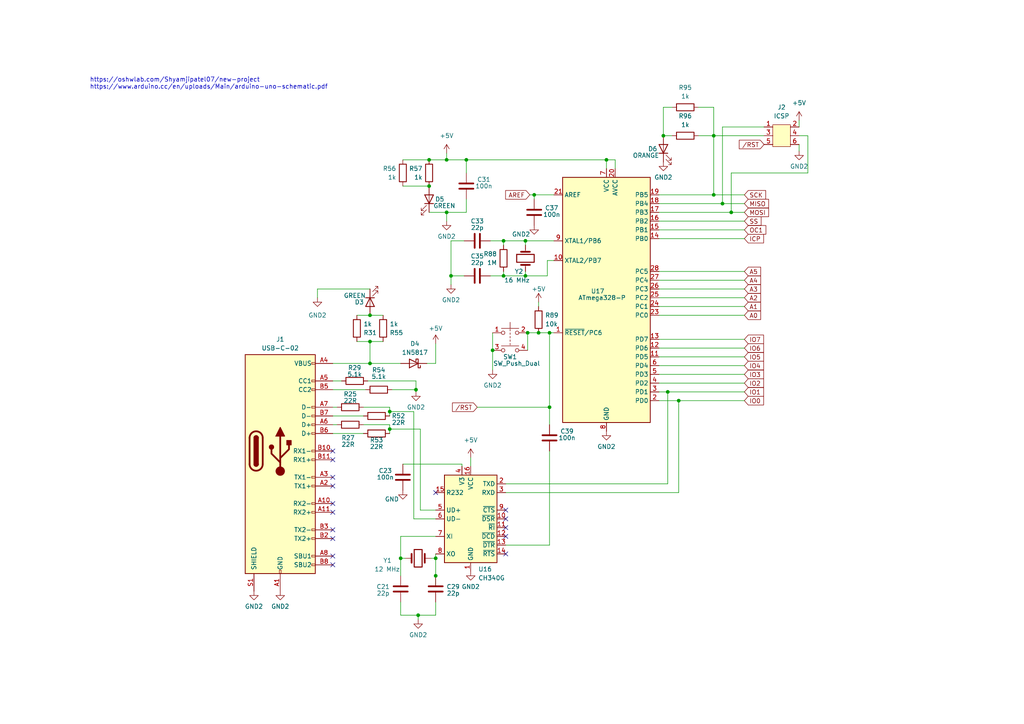
<source format=kicad_sch>
(kicad_sch (version 20230121) (generator eeschema)
  (paper "A4")
  (lib_symbols
    (symbol "1_My_Lib:ICSP"
      (property "Reference" "J" (at 0 3.175 0))
      (property "Value" "ICSP" (at 0 1.27 0))
      (symbol "ICSP_1_1"
        (rectangle (start -2.54 0) (end 2.54 -6.35) (fill (type background)))
        (pin bidirectional line (at -5.08 -0.635 0) (length 2.54) (name "") (number "1"))
        (pin bidirectional line (at 5.08 -0.635 180) (length 2.54) (name "") (number "2"))
        (pin bidirectional line (at -5.08 -3.175 0) (length 2.54) (name "") (number "3"))
        (pin bidirectional line (at 5.08 -3.175 180) (length 2.54) (name "") (number "4"))
        (pin bidirectional line (at -5.08 -5.715 0) (length 2.54) (name "") (number "5"))
        (pin bidirectional line (at 5.08 -5.715 180) (length 2.54) (name "") (number "6"))
      )
    )
    (symbol "Connector:USB_C_Receptacle" (pin_names (offset 1.016))
      (property "Reference" "J1" (at 0 32.385 0))
      (property "Value" "USB_C_Receptacle" (at 0 29.845 0))
      (symbol "USB_C_Receptacle_0_0"
        (rectangle (start -0.254 -35.56) (end 0.254 -34.544))
        (rectangle (start 10.16 -32.766) (end 9.144 -33.274))
        (rectangle (start 10.16 -30.226) (end 9.144 -30.734))
        (rectangle (start 10.16 -25.146) (end 9.144 -25.654))
        (rectangle (start 10.16 -22.606) (end 9.144 -23.114))
        (rectangle (start 10.16 -17.526) (end 9.144 -18.034))
        (rectangle (start 10.16 -14.986) (end 9.144 -15.494))
        (rectangle (start 10.16 -9.906) (end 9.144 -10.414))
        (rectangle (start 10.16 -7.366) (end 9.144 -7.874))
        (rectangle (start 10.16 -2.286) (end 9.144 -2.794))
        (rectangle (start 10.16 0.254) (end 9.144 -0.254))
        (rectangle (start 10.16 5.334) (end 9.144 4.826))
        (rectangle (start 10.16 7.874) (end 9.144 7.366))
        (rectangle (start 10.16 10.414) (end 9.144 9.906))
        (rectangle (start 10.16 12.954) (end 9.144 12.446))
        (rectangle (start 10.16 18.034) (end 9.144 17.526))
        (rectangle (start 10.16 20.574) (end 9.144 20.066))
        (rectangle (start 10.16 25.654) (end 9.144 25.146))
      )
      (symbol "USB_C_Receptacle_0_1"
        (rectangle (start -10.16 27.94) (end 10.16 -35.56) (stroke (width 0.254)) (fill (type background)))
        (arc (start -8.89 -3.81) (mid -6.985 -5.7067) (end -5.08 -3.81) (stroke (width 0.508)))
        (arc (start -7.62 -3.81) (mid -6.985 -4.4423) (end -6.35 -3.81) (stroke (width 0.254)))
        (arc (start -7.62 -3.81) (mid -6.985 -4.4423) (end -6.35 -3.81) (stroke (width 0.254)) (fill (type outline)))
        (rectangle (start -7.62 -3.81) (end -6.35 3.81) (stroke (width 0.254)) (fill (type outline)))
        (arc (start -6.35 3.81) (mid -6.985 4.4423) (end -7.62 3.81) (stroke (width 0.254)))
        (arc (start -6.35 3.81) (mid -6.985 4.4423) (end -7.62 3.81) (stroke (width 0.254)) (fill (type outline)))
        (arc (start -5.08 3.81) (mid -6.985 5.7067) (end -8.89 3.81) (stroke (width 0.508)))
        (polyline (pts (xy -8.89 -3.81) (xy -8.89 3.81)) (stroke (width 0.508)))
        (polyline (pts (xy -5.08 3.81) (xy -5.08 -3.81)) (stroke (width 0.508)))
      )
      (symbol "USB_C_Receptacle_1_1"
        (circle (center -2.54 1.143) (radius 0.635) (stroke (width 0.254)) (fill (type outline)))
        (circle (center 0 -5.842) (radius 1.27) (fill (type outline)))
        (polyline (pts (xy 0 -5.842) (xy 0 4.318)) (stroke (width 0.508)))
        (polyline (pts (xy 0 -3.302) (xy -2.54 -0.762) (xy -2.54 0.508)) (stroke (width 0.508)))
        (polyline (pts (xy 0 -2.032) (xy 2.54 0.508) (xy 2.54 1.778)) (stroke (width 0.508)))
        (polyline (pts (xy -1.27 4.318) (xy 0 6.858) (xy 1.27 4.318) (xy -1.27 4.318)) (stroke (width 0.254)) (fill (type outline)))
        (rectangle (start 1.905 1.778) (end 3.175 3.048) (stroke (width 0.254)) (fill (type outline)))
        (pin passive line (at 0 -40.64 90) (length 5.08) (name "GND") (number "A1"))
        (pin bidirectional line (at 15.24 -15.24 180) (length 5.08) (name "RX2-") (number "A10"))
        (pin bidirectional line (at 15.24 -17.78 180) (length 5.08) (name "RX2+") (number "A11"))
        (pin passive line (at 0 -40.64 90) (length 5.08) hide (name "GND") (number "A12"))
        (pin bidirectional line (at 15.24 -10.16 180) (length 5.08) (name "TX1+") (number "A2"))
        (pin bidirectional line (at 15.24 -7.62 180) (length 5.08) (name "TX1-") (number "A3"))
        (pin passive line (at 15.24 25.4 180) (length 5.08) (name "VBUS") (number "A4"))
        (pin bidirectional line (at 15.24 20.32 180) (length 5.08) (name "CC1") (number "A5"))
        (pin bidirectional line (at 15.24 7.62 180) (length 5.08) (name "D+") (number "A6"))
        (pin bidirectional line (at 15.24 12.7 180) (length 5.08) (name "D-") (number "A7"))
        (pin bidirectional line (at 15.24 -30.48 180) (length 5.08) (name "SBU1") (number "A8"))
        (pin passive line (at 15.24 25.4 180) (length 5.08) hide (name "VBUS") (number "A9"))
        (pin passive line (at 0 -40.64 90) (length 5.08) hide (name "GND") (number "B1"))
        (pin bidirectional line (at 15.24 0 180) (length 5.08) (name "RX1-") (number "B10"))
        (pin bidirectional line (at 15.24 -2.54 180) (length 5.08) (name "RX1+") (number "B11"))
        (pin passive line (at 0 -40.64 90) (length 5.08) hide (name "GND") (number "B12"))
        (pin bidirectional line (at 15.24 -25.4 180) (length 5.08) (name "TX2+") (number "B2"))
        (pin bidirectional line (at 15.24 -22.86 180) (length 5.08) (name "TX2-") (number "B3"))
        (pin passive line (at 15.24 25.4 180) (length 5.08) hide (name "VBUS") (number "B4"))
        (pin bidirectional line (at 15.24 17.78 180) (length 5.08) (name "CC2") (number "B5"))
        (pin bidirectional line (at 15.24 5.08 180) (length 5.08) (name "D+") (number "B6"))
        (pin bidirectional line (at 15.24 10.16 180) (length 5.08) (name "D-") (number "B7"))
        (pin bidirectional line (at 15.24 -33.02 180) (length 5.08) (name "SBU2") (number "B8"))
        (pin passive line (at 15.24 25.4 180) (length 5.08) hide (name "VBUS") (number "B9"))
        (pin passive line (at -7.62 -40.64 90) (length 5.08) (name "SHIELD") (number "S1"))
      )
    )
    (symbol "Device:C" (pin_numbers hide) (pin_names (offset 0.254))
      (property "Reference" "C" (at 0.635 2.54 0))
      (property "Value" "C" (at 0.635 -2.54 0))
      (symbol "C_0_1"
        (polyline (pts (xy -2.032 -0.762) (xy 2.032 -0.762)) (stroke (width 0.508)))
        (polyline (pts (xy -2.032 0.762) (xy 2.032 0.762)) (stroke (width 0.508)))
      )
      (symbol "C_1_1"
        (pin passive line (at 0 3.81 270) (length 2.794) (name "~") (number "1"))
        (pin passive line (at 0 -3.81 90) (length 2.794) (name "~") (number "2"))
      )
    )
    (symbol "Device:Crystal" (pin_numbers hide) (pin_names (offset 1.016) hide)
      (property "Reference" "Y" (at 0 3.81 0))
      (property "Value" "Crystal" (at 0 -3.81 0))
      (symbol "Crystal_0_1"
        (rectangle (start -1.143 2.54) (end 1.143 -2.54) (stroke (width 0.3048)))
        (polyline (pts (xy -2.54 0) (xy -1.905 0)))
        (polyline (pts (xy -1.905 -1.27) (xy -1.905 1.27)) (stroke (width 0.508)))
        (polyline (pts (xy 1.905 -1.27) (xy 1.905 1.27)) (stroke (width 0.508)))
        (polyline (pts (xy 2.54 0) (xy 1.905 0)))
      )
      (symbol "Crystal_1_1"
        (pin passive line (at -3.81 0 0) (length 1.27) (name "1") (number "1"))
        (pin passive line (at 3.81 0 180) (length 1.27) (name "2") (number "2"))
      )
    )
    (symbol "Device:D_Schottky" (pin_numbers hide) (pin_names (offset 1.016) hide)
      (property "Reference" "D" (at 0 2.54 0))
      (property "Value" "D_Schottky" (at 0 -2.54 0))
      (symbol "D_Schottky_0_1"
        (polyline (pts (xy 1.27 0) (xy -1.27 0)))
        (polyline (pts (xy 1.27 1.27) (xy 1.27 -1.27) (xy -1.27 0) (xy 1.27 1.27)) (stroke (width 0.254)))
        (polyline (pts (xy -1.905 0.635) (xy -1.905 1.27) (xy -1.27 1.27) (xy -1.27 -1.27) (xy -0.635 -1.27) (xy -0.635 -0.635)) (stroke (width 0.254)))
      )
      (symbol "D_Schottky_1_1"
        (pin passive line (at -3.81 0 0) (length 2.54) (name "K") (number "1"))
        (pin passive line (at 3.81 0 180) (length 2.54) (name "A") (number "2"))
      )
    )
    (symbol "Device:LED" (pin_numbers hide) (pin_names (offset 1.016) hide)
      (property "Reference" "D" (at 0 2.54 0))
      (property "Value" "LED" (at 0 -2.54 0))
      (symbol "LED_0_1"
        (polyline (pts (xy -1.27 -1.27) (xy -1.27 1.27)) (stroke (width 0.254)))
        (polyline (pts (xy -1.27 0) (xy 1.27 0)))
        (polyline (pts (xy 1.27 -1.27) (xy 1.27 1.27) (xy -1.27 0) (xy 1.27 -1.27)) (stroke (width 0.254)))
        (polyline (pts (xy -3.048 -0.762) (xy -4.572 -2.286) (xy -3.81 -2.286) (xy -4.572 -2.286) (xy -4.572 -1.524)))
        (polyline (pts (xy -1.778 -0.762) (xy -3.302 -2.286) (xy -2.54 -2.286) (xy -3.302 -2.286) (xy -3.302 -1.524)))
      )
      (symbol "LED_1_1"
        (pin passive line (at -3.81 0 0) (length 2.54) (name "K") (number "1"))
        (pin passive line (at 3.81 0 180) (length 2.54) (name "A") (number "2"))
      )
    )
    (symbol "Device:R" (pin_numbers hide) (pin_names (offset 0))
      (property "Reference" "R" (at 2.032 0 90))
      (property "Value" "R" (at 0 0 90))
      (symbol "R_0_1"
        (rectangle (start -1.016 -2.54) (end 1.016 2.54) (stroke (width 0.254)))
      )
      (symbol "R_1_1"
        (pin passive line (at 0 3.81 270) (length 1.27) (name "~") (number "1"))
        (pin passive line (at 0 -3.81 90) (length 1.27) (name "~") (number "2"))
      )
    )
    (symbol "Interface_USB:CH340G"
      (property "Reference" "U" (at -5.08 13.97 0))
      (property "Value" "CH340G" (at 1.27 13.97 0))
      (symbol "CH340G_0_1"
        (rectangle (start -7.62 12.7) (end 7.62 -12.7) (stroke (width 0.254)) (fill (type background)))
      )
      (symbol "CH340G_1_1"
        (pin power_in line (at 0 -15.24 90) (length 2.54) (name "GND") (number "1"))
        (pin input line (at 10.16 0 180) (length 2.54) (name "~{DSR}") (number "10"))
        (pin input line (at 10.16 -2.54 180) (length 2.54) (name "~{RI}") (number "11"))
        (pin input line (at 10.16 -5.08 180) (length 2.54) (name "~{DCD}") (number "12"))
        (pin output line (at 10.16 -7.62 180) (length 2.54) (name "~{DTR}") (number "13"))
        (pin output line (at 10.16 -10.16 180) (length 2.54) (name "~{RTS}") (number "14"))
        (pin input line (at -10.16 7.62 0) (length 2.54) (name "R232") (number "15"))
        (pin power_in line (at 0 15.24 270) (length 2.54) (name "VCC") (number "16"))
        (pin output line (at 10.16 10.16 180) (length 2.54) (name "TXD") (number "2"))
        (pin input line (at 10.16 7.62 180) (length 2.54) (name "RXD") (number "3"))
        (pin passive line (at -2.54 15.24 270) (length 2.54) (name "V3") (number "4"))
        (pin bidirectional line (at -10.16 2.54 0) (length 2.54) (name "UD+") (number "5"))
        (pin bidirectional line (at -10.16 0 0) (length 2.54) (name "UD-") (number "6"))
        (pin input line (at -10.16 -5.08 0) (length 2.54) (name "XI") (number "7"))
        (pin output line (at -10.16 -10.16 0) (length 2.54) (name "XO") (number "8"))
        (pin input line (at 10.16 2.54 180) (length 2.54) (name "~{CTS}") (number "9"))
      )
    )
    (symbol "MCU_Microchip_ATmega:ATmega328-P"
      (property "Reference" "U4" (at -21.59 40.005 0))
      (property "Value" "ATmega328-P" (at -20.32 38.1 0))
      (symbol "ATmega328-P_0_1"
        (rectangle (start -12.7 -35.56) (end 12.7 35.56) (stroke (width 0.254)) (fill (type background)))
      )
      (symbol "ATmega328-P_1_1"
        (pin bidirectional line (at -15.24 -9.525 0) (length 2.54) (name "~{RESET}/PC6") (number "1"))
        (pin bidirectional line (at -15.24 11.43 0) (length 2.54) (name "XTAL2/PB7") (number "10"))
        (pin bidirectional line (at 15.24 -16.51 180) (length 2.54) (name "PD5") (number "11"))
        (pin bidirectional line (at 15.24 -13.97 180) (length 2.54) (name "PD6") (number "12"))
        (pin bidirectional line (at 15.24 -11.43 180) (length 2.54) (name "PD7") (number "13"))
        (pin bidirectional line (at 15.24 17.78 180) (length 2.54) (name "PB0") (number "14"))
        (pin bidirectional line (at 15.24 20.32 180) (length 2.54) (name "PB1") (number "15"))
        (pin bidirectional line (at 15.24 22.86 180) (length 2.54) (name "PB2") (number "16"))
        (pin bidirectional line (at 15.24 25.4 180) (length 2.54) (name "PB3") (number "17"))
        (pin bidirectional line (at 15.24 27.94 180) (length 2.54) (name "PB4") (number "18"))
        (pin bidirectional line (at 15.24 30.48 180) (length 2.54) (name "PB5") (number "19"))
        (pin bidirectional line (at 15.24 -29.21 180) (length 2.54) (name "PD0") (number "2"))
        (pin power_in line (at 2.54 38.1 270) (length 2.54) (name "AVCC") (number "20"))
        (pin passive line (at -15.24 30.48 0) (length 2.54) (name "AREF") (number "21"))
        (pin passive line (at 0 -38.1 90) (length 2.54) hide (name "GND") (number "22"))
        (pin bidirectional line (at 15.24 -4.445 180) (length 2.54) (name "PC0") (number "23"))
        (pin bidirectional line (at 15.24 -1.905 180) (length 2.54) (name "PC1") (number "24"))
        (pin bidirectional line (at 15.24 0.635 180) (length 2.54) (name "PC2") (number "25"))
        (pin bidirectional line (at 15.24 3.175 180) (length 2.54) (name "PC3") (number "26"))
        (pin bidirectional line (at 15.24 5.715 180) (length 2.54) (name "PC4") (number "27"))
        (pin bidirectional line (at 15.24 8.255 180) (length 2.54) (name "PC5") (number "28"))
        (pin bidirectional line (at 15.24 -26.67 180) (length 2.54) (name "PD1") (number "3"))
        (pin bidirectional line (at 15.24 -24.13 180) (length 2.54) (name "PD2") (number "4"))
        (pin bidirectional line (at 15.24 -21.59 180) (length 2.54) (name "PD3") (number "5"))
        (pin bidirectional line (at 15.24 -19.05 180) (length 2.54) (name "PD4") (number "6"))
        (pin power_in line (at 0 38.1 270) (length 2.54) (name "VCC") (number "7"))
        (pin power_in line (at 0 -38.1 90) (length 2.54) (name "GND") (number "8"))
        (pin bidirectional line (at -15.24 17.145 0) (length 2.54) (name "XTAL1/PB6") (number "9"))
      )
    )
    (symbol "Switch:SW_Push_Dual" (pin_names (offset 1.016) hide)
      (property "Reference" "SW" (at 1.27 2.54 0))
      (property "Value" "SW_Push_Dual" (at 0 -6.858 0))
      (symbol "SW_Push_Dual_0_1"
        (circle (center -2.032 -5.08) (radius 0.508))
        (circle (center -2.032 0) (radius 0.508))
        (polyline (pts (xy 0 -3.048) (xy 0 -3.556)))
        (polyline (pts (xy 0 -2.032) (xy 0 -2.54)))
        (polyline (pts (xy 0 -1.524) (xy 0 -1.016)))
        (polyline (pts (xy 0 -0.508) (xy 0 0)))
        (polyline (pts (xy 0 0.508) (xy 0 1.016)))
        (polyline (pts (xy 0 1.27) (xy 0 3.048)))
        (polyline (pts (xy 2.54 -3.81) (xy -2.54 -3.81)))
        (polyline (pts (xy 2.54 1.27) (xy -2.54 1.27)))
        (circle (center 2.032 -5.08) (radius 0.508))
        (circle (center 2.032 0) (radius 0.508))
        (pin passive line (at -5.08 0 0) (length 2.54) (name "1") (number "1"))
        (pin passive line (at 5.08 0 180) (length 2.54) (name "2") (number "2"))
        (pin passive line (at -5.08 -5.08 0) (length 2.54) (name "3") (number "3"))
        (pin passive line (at 5.08 -5.08 180) (length 2.54) (name "4") (number "4"))
      )
    )
    (symbol "power:+5V" (power) (pin_names (offset 0))
      (property "Value" "+5V" (at 0 3.556 0))
      (symbol "+5V_0_1"
        (polyline (pts (xy -0.762 1.27) (xy 0 2.54)))
        (polyline (pts (xy 0 0) (xy 0 2.54)))
        (polyline (pts (xy 0 2.54) (xy 0.762 1.27)))
      )
      (symbol "+5V_1_1"
        (pin power_in line (at 0 0 90) (length 0) hide (name "+5V") (number "1"))
      )
    )
    (symbol "power:GND" (power) (pin_names (offset 0))
      (property "Value" "GND" (at 0 -3.81 0))
      (symbol "GND_0_1"
        (polyline (pts (xy 0 0) (xy 0 -1.27) (xy 1.27 -1.27) (xy 0 -2.54) (xy -1.27 -1.27) (xy 0 -1.27)))
      )
      (symbol "GND_1_1"
        (pin power_in line (at 0 0 270) (length 0) hide (name "GND") (number "1"))
      )
    )
    (symbol "power:GND2" (power) (pin_names (offset 0))
      (property "Value" "GND2" (at 0 -3.81 0))
      (symbol "GND2_0_1"
        (polyline (pts (xy 0 0) (xy 0 -1.27) (xy 1.27 -1.27) (xy 0 -2.54) (xy -1.27 -1.27) (xy 0 -1.27)))
      )
      (symbol "GND2_1_1"
        (pin power_in line (at 0 0 270) (length 0) hide (name "GND2") (number "1"))
      )
    )
  )
  (junction (at 156.21 96.52))
  (junction (at 146.05 69.85))
  (junction (at 152.4 69.85))
  (junction (at 113.03 124.46))
  (junction (at 124.46 46.355))
  (junction (at 146.05 80.01))
  (junction (at 154.94 56.515))
  (junction (at 107.315 105.41))
  (junction (at 124.46 53.975))
  (junction (at 193.675 113.665))
  (junction (at 142.875 101.6))
  (junction (at 152.4 80.01))
  (junction (at 126.365 167.005))
  (junction (at 107.315 91.44))
  (junction (at 130.81 80.01))
  (junction (at 116.205 161.925))
  (junction (at 153.035 96.52))
  (junction (at 207.01 39.37))
  (junction (at 113.03 119.38))
  (junction (at 121.285 178.435))
  (junction (at 212.09 61.595))
  (junction (at 159.385 118.11))
  (junction (at 159.385 96.52))
  (junction (at 207.01 56.515))
  (junction (at 126.365 161.925))
  (junction (at 135.255 46.355))
  (junction (at 120.65 113.03))
  (junction (at 107.315 99.06))
  (junction (at 175.895 46.355))
  (junction (at 196.85 116.205))
  (junction (at 129.54 46.355))
  (junction (at 209.55 59.055))
  (junction (at 192.405 39.37))
  (junction (at 129.54 61.595))
  (no_connect (at 96.52 156.21))
  (no_connect (at 146.685 150.495))
  (no_connect (at 96.52 153.67))
  (no_connect (at 96.52 146.05))
  (no_connect (at 146.685 153.035))
  (no_connect (at 126.365 142.875))
  (no_connect (at 146.685 160.655))
  (no_connect (at 146.685 155.575))
  (no_connect (at 96.52 140.97))
  (no_connect (at 96.52 130.81))
  (no_connect (at 96.52 161.29))
  (no_connect (at 96.52 148.59))
  (no_connect (at 96.52 163.83))
  (no_connect (at 146.685 147.955))
  (no_connect (at 96.52 138.43))
  (no_connect (at 96.52 133.35))
  (wire (pts (xy 178.435 46.355) (xy 175.895 46.355)))
  (wire (pts (xy 126.365 174.625) (xy 126.365 178.435)))
  (wire (pts (xy 152.4 69.85) (xy 160.655 69.85)))
  (wire (pts (xy 107.315 91.44) (xy 103.505 91.44)))
  (wire (pts (xy 125.095 161.925) (xy 126.365 161.925)))
  (wire (pts (xy 113.03 118.11) (xy 113.03 119.38)))
  (wire (pts (xy 146.05 80.01) (xy 152.4 80.01)))
  (wire (pts (xy 96.52 118.11) (xy 97.79 118.11)))
  (wire (pts (xy 123.825 105.41) (xy 126.365 105.41)))
  (wire (pts (xy 135.255 46.355) (xy 135.255 50.165)))
  (wire (pts (xy 107.315 99.06) (xy 103.505 99.06)))
  (wire (pts (xy 159.385 96.52) (xy 160.655 96.52)))
  (wire (pts (xy 191.135 98.425) (xy 215.9 98.425)))
  (wire (pts (xy 191.135 86.36) (xy 215.9 86.36)))
  (wire (pts (xy 156.21 96.52) (xy 159.385 96.52)))
  (wire (pts (xy 105.41 123.19) (xy 113.03 123.19)))
  (wire (pts (xy 196.85 116.205) (xy 196.85 142.875)))
  (wire (pts (xy 126.365 167.005) (xy 126.365 169.545)))
  (wire (pts (xy 92.075 83.82) (xy 92.075 86.36)))
  (wire (pts (xy 142.875 101.6) (xy 142.875 107.315)))
  (wire (pts (xy 194.945 31.115) (xy 192.405 31.115)))
  (wire (pts (xy 191.135 61.595) (xy 212.09 61.595)))
  (wire (pts (xy 234.315 39.37) (xy 234.315 50.165)))
  (wire (pts (xy 207.01 56.515) (xy 215.9 56.515)))
  (wire (pts (xy 192.405 31.115) (xy 192.405 39.37)))
  (wire (pts (xy 191.135 78.74) (xy 215.9 78.74)))
  (wire (pts (xy 116.84 53.975) (xy 124.46 53.975)))
  (wire (pts (xy 159.385 130.81) (xy 159.385 158.115)))
  (wire (pts (xy 126.365 160.655) (xy 126.365 161.925)))
  (wire (pts (xy 152.4 80.01) (xy 158.75 80.01)))
  (wire (pts (xy 113.03 123.19) (xy 113.03 124.46)))
  (wire (pts (xy 142.875 96.52) (xy 142.875 101.6)))
  (wire (pts (xy 212.09 61.595) (xy 215.9 61.595)))
  (wire (pts (xy 134.62 69.85) (xy 130.81 69.85)))
  (wire (pts (xy 191.135 59.055) (xy 209.55 59.055)))
  (wire (pts (xy 113.03 124.46) (xy 113.03 125.73)))
  (wire (pts (xy 152.4 69.85) (xy 152.4 71.12)))
  (wire (pts (xy 121.92 124.46) (xy 113.03 124.46)))
  (wire (pts (xy 193.675 113.665) (xy 193.675 140.335)))
  (wire (pts (xy 231.775 41.91) (xy 231.775 43.815)))
  (wire (pts (xy 142.24 69.85) (xy 146.05 69.85)))
  (wire (pts (xy 116.205 161.925) (xy 117.475 161.925)))
  (wire (pts (xy 126.365 105.41) (xy 126.365 99.695)))
  (wire (pts (xy 154.94 56.515) (xy 154.94 57.785)))
  (wire (pts (xy 116.205 178.435) (xy 121.285 178.435)))
  (wire (pts (xy 191.135 108.585) (xy 215.9 108.585)))
  (wire (pts (xy 202.565 39.37) (xy 207.01 39.37)))
  (wire (pts (xy 153.035 96.52) (xy 153.035 101.6)))
  (wire (pts (xy 129.54 46.355) (xy 135.255 46.355)))
  (wire (pts (xy 192.405 39.37) (xy 194.945 39.37)))
  (wire (pts (xy 111.125 99.06) (xy 107.315 99.06)))
  (wire (pts (xy 202.565 31.115) (xy 207.01 31.115)))
  (wire (pts (xy 153.035 96.52) (xy 156.21 96.52)))
  (wire (pts (xy 191.135 64.135) (xy 215.9 64.135)))
  (wire (pts (xy 121.285 178.435) (xy 126.365 178.435)))
  (wire (pts (xy 121.92 147.955) (xy 121.92 124.46)))
  (wire (pts (xy 191.135 56.515) (xy 207.01 56.515)))
  (wire (pts (xy 96.52 123.19) (xy 97.79 123.19)))
  (wire (pts (xy 135.255 46.355) (xy 175.895 46.355)))
  (wire (pts (xy 134.62 80.01) (xy 130.81 80.01)))
  (wire (pts (xy 138.43 118.11) (xy 159.385 118.11)))
  (wire (pts (xy 191.135 81.28) (xy 215.9 81.28)))
  (wire (pts (xy 191.135 69.215) (xy 215.9 69.215)))
  (wire (pts (xy 154.94 56.515) (xy 160.655 56.515)))
  (wire (pts (xy 133.985 135.255) (xy 133.985 134.62)))
  (wire (pts (xy 196.85 142.875) (xy 146.685 142.875)))
  (wire (pts (xy 159.385 158.115) (xy 146.685 158.115)))
  (wire (pts (xy 116.205 174.625) (xy 116.205 178.435)))
  (wire (pts (xy 153.67 56.515) (xy 154.94 56.515)))
  (wire (pts (xy 106.68 110.49) (xy 120.65 110.49)))
  (wire (pts (xy 191.135 88.9) (xy 215.9 88.9)))
  (wire (pts (xy 191.135 103.505) (xy 215.9 103.505)))
  (wire (pts (xy 135.255 61.595) (xy 129.54 61.595)))
  (wire (pts (xy 136.525 132.715) (xy 136.525 135.255)))
  (wire (pts (xy 193.675 113.665) (xy 215.9 113.665)))
  (wire (pts (xy 231.775 34.925) (xy 231.775 36.83)))
  (wire (pts (xy 96.52 113.03) (xy 106.045 113.03)))
  (wire (pts (xy 142.24 80.01) (xy 146.05 80.01)))
  (wire (pts (xy 129.54 61.595) (xy 124.46 61.595)))
  (wire (pts (xy 191.135 83.82) (xy 215.9 83.82)))
  (wire (pts (xy 160.655 75.565) (xy 158.75 75.565)))
  (wire (pts (xy 116.205 155.575) (xy 116.205 161.925)))
  (wire (pts (xy 96.52 105.41) (xy 107.315 105.41)))
  (wire (pts (xy 209.55 59.055) (xy 209.55 36.83)))
  (wire (pts (xy 126.365 161.925) (xy 126.365 167.005)))
  (wire (pts (xy 121.285 178.435) (xy 121.285 179.705)))
  (wire (pts (xy 193.675 140.335) (xy 146.685 140.335)))
  (wire (pts (xy 96.52 125.73) (xy 105.41 125.73)))
  (wire (pts (xy 191.135 111.125) (xy 215.9 111.125)))
  (wire (pts (xy 130.81 69.85) (xy 130.81 80.01)))
  (wire (pts (xy 146.05 78.74) (xy 146.05 80.01)))
  (wire (pts (xy 191.135 113.665) (xy 193.675 113.665)))
  (wire (pts (xy 159.385 96.52) (xy 159.385 118.11)))
  (wire (pts (xy 158.75 75.565) (xy 158.75 80.01)))
  (wire (pts (xy 191.135 106.045) (xy 215.9 106.045)))
  (wire (pts (xy 120.015 119.38) (xy 113.03 119.38)))
  (wire (pts (xy 126.365 150.495) (xy 120.015 150.495)))
  (wire (pts (xy 146.05 69.85) (xy 152.4 69.85)))
  (wire (pts (xy 92.075 83.82) (xy 107.315 83.82)))
  (wire (pts (xy 191.135 100.965) (xy 215.9 100.965)))
  (wire (pts (xy 113.03 119.38) (xy 113.03 120.65)))
  (wire (pts (xy 105.41 118.11) (xy 113.03 118.11)))
  (wire (pts (xy 209.55 36.83) (xy 221.615 36.83)))
  (wire (pts (xy 126.365 155.575) (xy 116.205 155.575)))
  (wire (pts (xy 111.125 91.44) (xy 107.315 91.44)))
  (wire (pts (xy 116.205 161.925) (xy 116.205 167.005)))
  (wire (pts (xy 191.135 116.205) (xy 196.85 116.205)))
  (wire (pts (xy 124.46 46.355) (xy 129.54 46.355)))
  (wire (pts (xy 146.05 69.85) (xy 146.05 71.12)))
  (wire (pts (xy 209.55 59.055) (xy 215.9 59.055)))
  (wire (pts (xy 196.85 116.205) (xy 215.9 116.205)))
  (wire (pts (xy 120.65 113.03) (xy 120.65 113.665)))
  (wire (pts (xy 107.315 99.06) (xy 107.315 105.41)))
  (wire (pts (xy 120.015 150.495) (xy 120.015 119.38)))
  (wire (pts (xy 212.09 50.165) (xy 212.09 61.595)))
  (wire (pts (xy 207.01 39.37) (xy 221.615 39.37)))
  (wire (pts (xy 234.315 39.37) (xy 231.775 39.37)))
  (wire (pts (xy 129.54 44.45) (xy 129.54 46.355)))
  (wire (pts (xy 191.135 91.44) (xy 215.9 91.44)))
  (wire (pts (xy 133.985 134.62) (xy 116.84 134.62)))
  (wire (pts (xy 234.315 50.165) (xy 212.09 50.165)))
  (wire (pts (xy 159.385 118.11) (xy 159.385 123.19)))
  (wire (pts (xy 152.4 80.01) (xy 152.4 78.74)))
  (wire (pts (xy 207.01 31.115) (xy 207.01 39.37)))
  (wire (pts (xy 126.365 147.955) (xy 121.92 147.955)))
  (wire (pts (xy 96.52 110.49) (xy 99.06 110.49)))
  (wire (pts (xy 130.81 80.01) (xy 130.81 82.55)))
  (wire (pts (xy 175.895 48.895) (xy 175.895 46.355)))
  (wire (pts (xy 116.84 46.355) (xy 124.46 46.355)))
  (wire (pts (xy 113.665 113.03) (xy 120.65 113.03)))
  (wire (pts (xy 135.255 57.785) (xy 135.255 61.595)))
  (wire (pts (xy 207.01 56.515) (xy 207.01 39.37)))
  (wire (pts (xy 107.315 105.41) (xy 116.205 105.41)))
  (wire (pts (xy 191.135 66.675) (xy 215.9 66.675)))
  (wire (pts (xy 156.21 87.63) (xy 156.21 88.9)))
  (wire (pts (xy 96.52 120.65) (xy 105.41 120.65)))
  (wire (pts (xy 129.54 61.595) (xy 129.54 64.135)))
  (wire (pts (xy 178.435 48.895) (xy 178.435 46.355)))
  (wire (pts (xy 120.65 110.49) (xy 120.65 113.03)))
  (text "https://oshwlab.com/Shyamjipatel07/new-project\nhttps://www.arduino.cc/en/uploads/Main/arduino-uno-schematic.pdf" (at 26.035 26.035 0) (effects (font (size 1.27 1.27)) (justify left bottom)))
  (global_label "IO6" (shape input) (at 215.9 100.965 0) (property "Intersheetrefs" "${INTERSHEET_REFS}" (effects hide)))
  (global_label "A1" (shape input) (at 215.9 88.9 0) (property "Intersheetrefs" "${INTERSHEET_REFS}" (effects hide)))
  (global_label "{slash}RST" (shape input) (at 138.43 118.11 180) (property "Intersheetrefs" "${INTERSHEET_REFS}" (effects hide)))
  (global_label "IO4" (shape input) (at 215.9 106.045 0) (property "Intersheetrefs" "${INTERSHEET_REFS}" (effects hide)))
  (global_label "A4" (shape input) (at 215.9 81.28 0) (property "Intersheetrefs" "${INTERSHEET_REFS}" (effects hide)))
  (global_label "A0" (shape input) (at 215.9 91.44 0) (property "Intersheetrefs" "${INTERSHEET_REFS}" (effects hide)))
  (global_label "SCK" (shape input) (at 215.9 56.515 0) (property "Intersheetrefs" "${INTERSHEET_REFS}" (effects hide)))
  (global_label "AREF" (shape input) (at 153.67 56.515 180) (property "Intersheetrefs" "${INTERSHEET_REFS}" (effects hide)))
  (global_label "IO5" (shape input) (at 215.9 103.505 0) (property "Intersheetrefs" "${INTERSHEET_REFS}" (effects hide)))
  (global_label "IO3" (shape input) (at 215.9 108.585 0) (property "Intersheetrefs" "${INTERSHEET_REFS}" (effects hide)))
  (global_label "IO0" (shape input) (at 215.9 116.205 0) (property "Intersheetrefs" "${INTERSHEET_REFS}" (effects hide)))
  (global_label "SS" (shape input) (at 215.9 64.135 0) (property "Intersheetrefs" "${INTERSHEET_REFS}" (effects hide)))
  (global_label "MOSI" (shape input) (at 215.9 61.595 0) (property "Intersheetrefs" "${INTERSHEET_REFS}" (effects hide)))
  (global_label "{slash}RST" (shape input) (at 221.615 41.91 180) (property "Intersheetrefs" "${INTERSHEET_REFS}" (effects hide)))
  (global_label "ICP" (shape input) (at 215.9 69.215 0) (property "Intersheetrefs" "${INTERSHEET_REFS}" (effects hide)))
  (global_label "IO7" (shape input) (at 215.9 98.425 0) (property "Intersheetrefs" "${INTERSHEET_REFS}" (effects hide)))
  (global_label "OC1" (shape input) (at 215.9 66.675 0) (property "Intersheetrefs" "${INTERSHEET_REFS}" (effects hide)))
  (global_label "IO1" (shape input) (at 215.9 113.665 0) (property "Intersheetrefs" "${INTERSHEET_REFS}" (effects hide)))
  (global_label "MISO" (shape input) (at 215.9 59.055 0) (property "Intersheetrefs" "${INTERSHEET_REFS}" (effects hide)))
  (global_label "IO2" (shape input) (at 215.9 111.125 0) (property "Intersheetrefs" "${INTERSHEET_REFS}" (effects hide)))
  (global_label "A5" (shape input) (at 215.9 78.74 0) (property "Intersheetrefs" "${INTERSHEET_REFS}" (effects hide)))
  (global_label "A2" (shape input) (at 215.9 86.36 0) (property "Intersheetrefs" "${INTERSHEET_REFS}" (effects hide)))
  (global_label "A3" (shape input) (at 215.9 83.82 0) (property "Intersheetrefs" "${INTERSHEET_REFS}" (effects hide)))
  (symbol (lib_id "power:+5V") (at 129.54 44.45 0) (mirror y) (unit 1)
    (property "Reference" "#PWR030" (effects hide))
    (property "Value" "+5V" (at 129.54 39.37 0))
    (instances (project "Equalizer_classe_D" (path "" (reference "#PWR030") (unit 1)) (path "" (reference "#PWR054") (unit 1)) (path "" (reference "#PWR089") (unit 1))) (project "Prototype" (path "" (reference "#PWR027") (unit 1))))
  )
  (symbol (lib_id "Device:Crystal") (at 121.285 161.925 0) (mirror y) (unit 1)
    (property "Reference" "Y1" (at 111.125 162.56 0) (effects (justify right)))
    (property "Value" "12 MHz" (at 108.585 165.1 0) (effects (justify right)))
    (instances (project "Equalizer_classe_D" (path "" (reference "Y1") (unit 1)) (path "" (reference "Y5") (unit 1)) (path "" (reference "Y1") (unit 1))) (project "Prototype" (path "" (reference "Y3") (unit 1))))
  )
  (symbol (lib_id "Device:C") (at 116.84 138.43 0) (unit 1)
    (property "Reference" "C23" (at 111.76 136.525 0))
    (property "Value" "100n" (at 111.76 138.43 0))
    (instances (project "Equalizer_classe_D" (path "" (reference "C23") (unit 1)) (path "" (reference "C41") (unit 1)) (path "" (reference "C66") (unit 1))) (project "Prototype" (path "" (reference "C10") (unit 1))))
  )
  (symbol (lib_id "Device:C") (at 138.43 80.01 270) (mirror x) (unit 1)
    (property "Reference" "C35" (at 138.43 74.295 90))
    (property "Value" "22p" (at 138.43 76.2 90))
    (instances (project "Equalizer_classe_D" (path "" (reference "C35") (unit 1)) (path "" (reference "C45") (unit 1)) (path "" (reference "C70") (unit 1))) (project "Prototype" (path "" (reference "C14") (unit 1))))
  )
  (symbol (lib_id "power:GND2") (at 136.525 165.735 0) (unit 1)
    (property "Reference" "#PWR034" (effects hide))
    (property "Value" "GND2" (at 136.525 170.18 0))
    (instances (project "Equalizer_classe_D" (path "" (reference "#PWR034") (unit 1)) (path "" (reference "#PWR093") (unit 1))) (project "Prototype" (path "" (reference "#PWR031") (unit 1))))
  )
  (symbol (lib_id "MCU_Microchip_ATmega:ATmega328-P") (at 175.895 86.995 0) (unit 1)
    (property "Reference" "U17" (at 173.355 84.455 0))
    (property "Value" "ATmega328-P" (at 174.625 86.36 0))
    (property "Footprint" "Package_DIP:DIP-28_W7.62mm" (effects hide))
    (property "Datasheet" "http://ww1.microchip.com/downloads/en/DeviceDoc/ATmega328_P%20AVR%20MCU%20with%20picoPower%20Technology%20Data%20Sheet%2040001984A.pdf" (effects hide))
    (instances (project "Equalizer_classe_D" (path "" (reference "U17") (unit 1)) (path "" (reference "U10") (unit 1)) (path "" (reference "U17") (unit 1))) (project "Prototype" (path "" (reference "U4") (unit 1))))
  )
  (symbol (lib_id "Device:R") (at 198.755 31.115 90) (unit 1)
    (property "Reference" "R95" (at 198.755 25.4 90))
    (property "Value" "1k" (at 198.755 27.94 90))
    (instances (project "Equalizer_classe_D" (path "" (reference "R95") (unit 1)) (path "" (reference "R35") (unit 1)) (path "" (reference "R97") (unit 1))) (project "Prototype" (path "" (reference "R27") (unit 1))))
  )
  (symbol (lib_id "power:GND2") (at 92.075 86.36 0) (unit 1)
    (property "Reference" "#PWR025" (effects hide))
    (property "Value" "GND2" (at 92.075 91.44 0))
    (instances (project "Equalizer_classe_D" (path "" (reference "#PWR025") (unit 1)) (path "" (reference "#PWR090") (unit 1))) (project "Prototype" (path "" (reference "#PWR022") (unit 1))))
  )
  (symbol (lib_id "Device:C") (at 154.94 61.595 0) (unit 1)
    (property "Reference" "C37" (at 160.02 60.325 0))
    (property "Value" "100n" (at 160.02 62.23 0))
    (instances (project "Equalizer_classe_D" (path "" (reference "C37") (unit 1)) (path "" (reference "C46") (unit 1)) (path "" (reference "C71") (unit 1))) (project "Prototype" (path "" (reference "C15") (unit 1))))
  )
  (symbol (lib_id "Device:LED") (at 124.46 57.785 270) (mirror x) (unit 1)
    (property "Reference" "D5" (at 128.905 57.785 90) (effects (justify right)))
    (property "Value" "GREEN" (at 132.08 59.69 90) (effects (justify right)))
    (instances (project "Equalizer_classe_D" (path "" (reference "D5") (unit 1)) (path "" (reference "D7") (unit 1)) (path "" (reference "D7") (unit 1))) (project "Prototype" (path "" (reference "D7") (unit 1))))
  )
  (symbol (lib_id "1_My_Lib:ICSP") (at 226.695 36.195 0) (unit 1)
    (property "Reference" "J2" (at 226.695 31.115 0))
    (property "Value" "ICSP" (at 226.695 33.655 0))
    (instances (project "Equalizer_classe_D" (path "" (reference "J2") (unit 1)) (path "" (reference "J3") (unit 1)) (path "" (reference "J5") (unit 1))) (project "Prototype" (path "" (reference "J4") (unit 1))))
  )
  (symbol (lib_id "power:GND2") (at 120.65 113.665 0) (unit 1)
    (property "Reference" "#PWR027" (effects hide))
    (property "Value" "GND2" (at 120.65 118.11 0))
    (instances (project "Equalizer_classe_D" (path "" (reference "#PWR027") (unit 1)) (path "" (reference "#PWR086") (unit 1))) (project "Prototype" (path "" (reference "#PWR024") (unit 1))))
  )
  (symbol (lib_id "power:GND2") (at 142.875 107.315 0) (unit 1)
    (property "Reference" "#PWR035" (effects hide))
    (property "Value" "GND2" (at 142.875 111.76 0))
    (instances (project "Equalizer_classe_D" (path "" (reference "#PWR035") (unit 1)) (path "" (reference "#PWR094") (unit 1))) (project "Prototype" (path "" (reference "#PWR032") (unit 1))))
  )
  (symbol (lib_id "power:GND") (at 116.84 142.24 0) (unit 1)
    (property "Reference" "#PWR026" (effects hide))
    (property "Value" "GND" (at 113.665 144.78 0))
    (instances (project "Equalizer_classe_D" (path "" (reference "#PWR026") (unit 1)) (path "" (reference "#PWR048") (unit 1)) (path "" (reference "#PWR085") (unit 1))) (project "Prototype" (path "" (reference "#PWR023") (unit 1))))
  )
  (symbol (lib_id "Interface_USB:CH340G") (at 136.525 150.495 0) (unit 1)
    (property "Reference" "U16" (at 138.7191 165.1 0) (effects (justify left)))
    (property "Value" "CH340G" (at 138.7191 167.64 0) (effects (justify left)))
    (property "Footprint" "Package_SO:SOIC-16_3.9x9.9mm_P1.27mm" (effects hide))
    (property "Datasheet" "http://www.datasheet5.com/pdf-local-2195953" (effects hide))
    (instances (project "Equalizer_classe_D" (path "" (reference "U16") (unit 1)) (path "" (reference "U7") (unit 1)) (path "" (reference "U16") (unit 1))) (project "Prototype" (path "" (reference "U3") (unit 1))))
  )
  (symbol (lib_id "Device:R") (at 146.05 74.93 0) (mirror y) (unit 1)
    (property "Reference" "R88" (at 144.145 73.66 0) (effects (justify left)))
    (property "Value" "1M" (at 144.145 76.2 0) (effects (justify left)))
    (instances (project "Equalizer_classe_D" (path "" (reference "R88") (unit 1)) (path "" (reference "R33") (unit 1)) (path "" (reference "R95") (unit 1))) (project "Prototype" (path "" (reference "R25") (unit 1))))
  )
  (symbol (lib_id "Device:C") (at 138.43 69.85 270) (mirror x) (unit 1)
    (property "Reference" "C33" (at 138.43 64.135 90))
    (property "Value" "22p" (at 138.43 66.04 90))
    (instances (project "Equalizer_classe_D" (path "" (reference "C33") (unit 1)) (path "" (reference "C44") (unit 1)) (path "" (reference "C69") (unit 1))) (project "Prototype" (path "" (reference "C13") (unit 1))))
  )
  (symbol (lib_id "Device:R") (at 102.87 110.49 90) (unit 1)
    (property "Reference" "R29" (at 102.87 106.68 90))
    (property "Value" "5.1k" (at 102.87 108.585 90))
    (instances (project "Equalizer_classe_D" (path "" (reference "R29") (unit 1)) (path "" (reference "R34") (unit 1)) (path "" (reference "R90") (unit 1))) (project "Prototype" (path "" (reference "R17") (unit 1))))
  )
  (symbol (lib_id "Device:R") (at 111.125 95.25 0) (mirror y) (unit 1)
    (property "Reference" "R55" (at 113.03 96.52 0) (effects (justify right)))
    (property "Value" "1k" (at 113.03 93.98 0) (effects (justify right)))
    (instances (project "Equalizer_classe_D" (path "" (reference "R55") (unit 1)) (path "" (reference "R32") (unit 1)) (path "" (reference "R94") (unit 1))) (project "Prototype" (path "" (reference "R22") (unit 1))))
  )
  (symbol (lib_id "power:GND2") (at 192.405 46.99 0) (unit 1)
    (property "Reference" "#PWR039" (effects hide))
    (property "Value" "GND2" (at 192.405 51.435 0))
    (instances (project "Equalizer_classe_D" (path "" (reference "#PWR039") (unit 1)) (path "" (reference "#PWR098") (unit 1))) (project "Prototype" (path "" (reference "#PWR036") (unit 1))))
  )
  (symbol (lib_id "Device:R") (at 116.84 50.165 0) (mirror x) (unit 1)
    (property "Reference" "R56" (at 114.935 48.895 0) (effects (justify right)))
    (property "Value" "1k" (at 114.935 51.435 0) (effects (justify right)))
    (instances (project "Equalizer_classe_D" (path "" (reference "R56") (unit 1)) (path "" (reference "R32") (unit 1)) (path "" (reference "R94") (unit 1))) (project "Prototype" (path "" (reference "R23") (unit 1))))
  )
  (symbol (lib_id "Device:Crystal") (at 152.4 74.93 270) (mirror x) (unit 1)
    (property "Reference" "Y2" (at 151.765 78.74 90) (effects (justify right)))
    (property "Value" "16 MHz" (at 153.67 81.28 90) (effects (justify right)))
    (instances (project "Equalizer_classe_D" (path "" (reference "Y2") (unit 1)) (path "" (reference "Y6") (unit 1)) (path "" (reference "Y3") (unit 1))) (project "Prototype" (path "" (reference "Y4") (unit 1))))
  )
  (symbol (lib_id "Device:R") (at 198.755 39.37 90) (unit 1)
    (property "Reference" "R96" (at 198.755 33.655 90))
    (property "Value" "1k" (at 198.755 36.195 90))
    (instances (project "Equalizer_classe_D" (path "" (reference "R96") (unit 1)) (path "" (reference "R35") (unit 1)) (path "" (reference "R97") (unit 1))) (project "Prototype" (path "" (reference "R28") (unit 1))))
  )
  (symbol (lib_id "Device:R") (at 101.6 123.19 90) (unit 1)
    (property "Reference" "R27" (at 100.965 127 90))
    (property "Value" "22R" (at 100.965 128.905 90))
    (instances (project "Equalizer_classe_D" (path "" (reference "R27") (unit 1)) (path "" (reference "R34") (unit 1)) (path "" (reference "R89") (unit 1))) (project "Prototype" (path "" (reference "R16") (unit 1))))
  )
  (symbol (lib_id "Device:C") (at 126.365 170.815 0) (mirror y) (unit 1)
    (property "Reference" "C29" (at 131.445 170.18 0))
    (property "Value" "22p" (at 131.445 172.085 0))
    (instances (project "Equalizer_classe_D" (path "" (reference "C29") (unit 1)) (path "" (reference "C42") (unit 1)) (path "" (reference "C67") (unit 1))) (project "Prototype" (path "" (reference "C11") (unit 1))))
  )
  (symbol (lib_id "Device:LED") (at 192.405 43.18 90) (unit 1)
    (property "Reference" "D6" (at 187.96 43.18 90) (effects (justify right)))
    (property "Value" "ORANGE" (at 183.515 45.085 90) (effects (justify right)))
    (instances (project "Equalizer_classe_D" (path "" (reference "D6") (unit 1)) (path "" (reference "D8") (unit 1)) (path "" (reference "D8") (unit 1))) (project "Prototype" (path "" (reference "D8") (unit 1))))
  )
  (symbol (lib_id "Device:R") (at 101.6 118.11 90) (unit 1)
    (property "Reference" "R25" (at 101.6 114.3 90))
    (property "Value" "22R" (at 101.6 116.205 90))
    (instances (project "Equalizer_classe_D" (path "" (reference "R25") (unit 1)) (path "" (reference "R34") (unit 1)) (path "" (reference "R88") (unit 1))) (project "Prototype" (path "" (reference "R15") (unit 1))))
  )
  (symbol (lib_id "power:GND2") (at 121.285 179.705 0) (unit 1)
    (property "Reference" "#PWR028" (effects hide))
    (property "Value" "GND2" (at 121.285 184.15 0))
    (instances (project "Equalizer_classe_D" (path "" (reference "#PWR028") (unit 1)) (path "" (reference "#PWR087") (unit 1))) (project "Prototype" (path "" (reference "#PWR025") (unit 1))))
  )
  (symbol (lib_id "power:GND2") (at 81.28 171.45 0) (unit 1)
    (property "Reference" "#PWR021" (effects hide))
    (property "Value" "GND2" (at 81.28 175.895 0))
    (instances (project "Equalizer_classe_D" (path "" (reference "#PWR021") (unit 1)) (path "" (reference "#PWR084") (unit 1))) (project "Prototype" (path "" (reference "#PWR021") (unit 1))))
  )
  (symbol (lib_id "Device:R") (at 109.855 113.03 90) (unit 1)
    (property "Reference" "R54" (at 109.855 107.315 90))
    (property "Value" "5.1k" (at 109.855 109.22 90))
    (instances (project "Equalizer_classe_D" (path "" (reference "R54") (unit 1)) (path "" (reference "R34") (unit 1)) (path "" (reference "R93") (unit 1))) (project "Prototype" (path "" (reference "R21") (unit 1))))
  )
  (symbol (lib_id "Device:LED") (at 107.315 87.63 90) (mirror x) (unit 1)
    (property "Reference" "D3" (at 102.87 87.63 90) (effects (justify right)))
    (property "Value" "GREEN" (at 99.695 85.725 90) (effects (justify right)))
    (instances (project "Equalizer_classe_D" (path "" (reference "D3") (unit 1)) (path "" (reference "D7") (unit 1)) (path "" (reference "D7") (unit 1))) (project "Prototype" (path "" (reference "D5") (unit 1))))
  )
  (symbol (lib_id "power:+5V") (at 126.365 99.695 0) (unit 1)
    (property "Reference" "#PWR029" (effects hide))
    (property "Value" "+5V" (at 126.365 95.25 0))
    (instances (project "Equalizer_classe_D" (path "" (reference "#PWR029") (unit 1)) (path "" (reference "#PWR088") (unit 1))) (project "Prototype" (path "" (reference "#PWR026") (unit 1))))
  )
  (symbol (lib_id "power:GND2") (at 231.775 43.815 0) (unit 1)
    (property "Reference" "#PWR072" (effects hide))
    (property "Value" "GND2" (at 231.775 48.26 0))
    (instances (project "Equalizer_classe_D" (path "" (reference "#PWR072") (unit 1)) (path "" (reference "#PWR0100") (unit 1))) (project "Prototype" (path "" (reference "#PWR038") (unit 1))))
  )
  (symbol (lib_id "Connector:USB_C_Receptacle") (at 81.28 130.81 0) (unit 1)
    (property "Reference" "J1" (at 81.28 98.425 0))
    (property "Value" "USB-C-02" (at 81.28 100.965 0))
    (property "Datasheet" "https://www.usb.org/sites/default/files/documents/usb_type-c.zip" (effects hide))
    (property "Commande" "https://fr.aliexpress.com/item/1005007321892122.html?spm=a2g0o.productlist.main.7.3acdtm85tm85ep&algo_pvid=8a801b06-e2be-4bf6-bb8c-62fecbeeb51f&aem_p4p_detail=202411210624564022246004347760000329098&utparam-url=scene%3Asearch%7Cquery_from%3A&search_p4p_id=202411210624564022246004347760000329098_1" (effects hide))
    (instances (project "Equalizer_classe_D" (path "" (reference "J1") (unit 1)) (path "" (reference "J4") (unit 1))) (project "Prototype" (path "" (reference "J3") (unit 1))))
  )
  (symbol (lib_id "Device:D_Schottky") (at 120.015 105.41 180) (unit 1)
    (property "Reference" "D4" (at 120.3325 99.695 0))
    (property "Value" "1N5817" (at 120.3325 102.235 0))
    (instances (project "Equalizer_classe_D" (path "" (reference "D4") (unit 1)) (path "" (reference "D5") (unit 1))) (project "Prototype" (path "" (reference "D6") (unit 1))))
  )
  (symbol (lib_id "Switch:SW_Push_Dual") (at 147.955 96.52 0) (unit 1)
    (property "Reference" "SW1" (at 147.955 103.505 0))
    (property "Value" "SW_Push_Dual" (at 149.86 105.41 0))
    (instances (project "Equalizer_classe_D" (path "" (reference "SW1") (unit 1)) (path "" (reference "SW3") (unit 1)) (path "" (reference "SW1") (unit 1))) (project "Prototype" (path "" (reference "SW2") (unit 1))))
  )
  (symbol (lib_id "power:GND2") (at 175.895 125.095 0) (unit 1)
    (property "Reference" "#PWR038" (effects hide))
    (property "Value" "GND2" (at 175.895 129.54 0))
    (instances (project "Equalizer_classe_D" (path "" (reference "#PWR038") (unit 1)) (path "" (reference "#PWR097") (unit 1))) (project "Prototype" (path "" (reference "#PWR035") (unit 1))))
  )
  (symbol (lib_id "Device:R") (at 109.22 120.65 90) (unit 1)
    (property "Reference" "R52" (at 115.57 120.65 90))
    (property "Value" "22R" (at 115.57 122.555 90))
    (instances (project "Equalizer_classe_D" (path "" (reference "R52") (unit 1)) (path "" (reference "R34") (unit 1)) (path "" (reference "R91") (unit 1))) (project "Prototype" (path "" (reference "R19") (unit 1))))
  )
  (symbol (lib_id "Device:R") (at 124.46 50.165 0) (mirror x) (unit 1)
    (property "Reference" "R57" (at 122.555 48.895 0) (effects (justify right)))
    (property "Value" "1k" (at 122.555 51.435 0) (effects (justify right)))
    (instances (project "Equalizer_classe_D" (path "" (reference "R57") (unit 1)) (path "" (reference "R32") (unit 1)) (path "" (reference "R94") (unit 1))) (project "Prototype" (path "" (reference "R24") (unit 1))))
  )
  (symbol (lib_id "Device:C") (at 116.205 170.815 0) (mirror y) (unit 1)
    (property "Reference" "C21" (at 111.125 170.18 0))
    (property "Value" "22p" (at 111.125 172.085 0))
    (instances (project "Equalizer_classe_D" (path "" (reference "C21") (unit 1)) (path "" (reference "C40") (unit 1)) (path "" (reference "C65") (unit 1))) (project "Prototype" (path "" (reference "C9") (unit 1))))
  )
  (symbol (lib_id "power:+5V") (at 156.21 87.63 0) (unit 1)
    (property "Reference" "#PWR037" (effects hide))
    (property "Value" "+5V" (at 156.21 83.82 0))
    (instances (project "Equalizer_classe_D" (path "" (reference "#PWR037") (unit 1)) (path "" (reference "#PWR061") (unit 1)) (path "" (reference "#PWR096") (unit 1))) (project "Prototype" (path "" (reference "#PWR034") (unit 1))))
  )
  (symbol (lib_id "Device:R") (at 109.22 125.73 90) (unit 1)
    (property "Reference" "R53" (at 109.22 127.635 90))
    (property "Value" "22R" (at 109.22 129.54 90))
    (instances (project "Equalizer_classe_D" (path "" (reference "R53") (unit 1)) (path "" (reference "R34") (unit 1)) (path "" (reference "R92") (unit 1))) (project "Prototype" (path "" (reference "R20") (unit 1))))
  )
  (symbol (lib_id "Device:R") (at 103.505 95.25 0) (mirror y) (unit 1)
    (property "Reference" "R31" (at 105.41 96.52 0) (effects (justify right)))
    (property "Value" "1k" (at 105.41 93.98 0) (effects (justify right)))
    (instances (project "Equalizer_classe_D" (path "" (reference "R31") (unit 1)) (path "" (reference "R32") (unit 1)) (path "" (reference "R94") (unit 1))) (project "Prototype" (path "" (reference "R18") (unit 1))))
  )
  (symbol (lib_id "power:GND2") (at 130.81 82.55 0) (unit 1)
    (property "Reference" "#PWR032" (effects hide))
    (property "Value" "GND2" (at 130.81 86.995 0))
    (instances (project "Equalizer_classe_D" (path "" (reference "#PWR032") (unit 1)) (path "" (reference "#PWR091") (unit 1))) (project "Prototype" (path "" (reference "#PWR029") (unit 1))))
  )
  (symbol (lib_id "Device:C") (at 135.255 53.975 0) (mirror y) (unit 1)
    (property "Reference" "C31" (at 140.335 52.07 0))
    (property "Value" "100n" (at 140.335 53.975 0))
    (instances (project "Equalizer_classe_D" (path "" (reference "C31") (unit 1)) (path "" (reference "C43") (unit 1)) (path "" (reference "C68") (unit 1))) (project "Prototype" (path "" (reference "C12") (unit 1))))
  )
  (symbol (lib_id "power:GND2") (at 154.94 65.405 0) (unit 1)
    (property "Reference" "#PWR036" (effects hide))
    (property "Value" "GND2" (at 151.13 67.945 0))
    (instances (project "Equalizer_classe_D" (path "" (reference "#PWR036") (unit 1)) (path "" (reference "#PWR095") (unit 1))) (project "Prototype" (path "" (reference "#PWR033") (unit 1))))
  )
  (symbol (lib_id "power:+5V") (at 231.775 34.925 0) (unit 1)
    (property "Reference" "#PWR045" (effects hide))
    (property "Value" "+5V" (at 231.775 29.845 0))
    (instances (project "Equalizer_classe_D" (path "" (reference "#PWR045") (unit 1)) (path "" (reference "#PWR064") (unit 1)) (path "" (reference "#PWR099") (unit 1))) (project "Prototype" (path "" (reference "#PWR037") (unit 1))))
  )
  (symbol (lib_id "power:GND2") (at 129.54 64.135 0) (unit 1)
    (property "Reference" "#PWR031" (effects hide))
    (property "Value" "GND2" (at 129.54 68.58 0))
    (instances (project "Equalizer_classe_D" (path "" (reference "#PWR031") (unit 1)) (path "" (reference "#PWR090") (unit 1))) (project "Prototype" (path "" (reference "#PWR028") (unit 1))))
  )
  (symbol (lib_id "power:GND2") (at 73.66 171.45 0) (unit 1)
    (property "Reference" "#PWR019" (effects hide))
    (property "Value" "GND2" (at 73.66 175.895 0))
    (instances (project "Equalizer_classe_D" (path "" (reference "#PWR019") (unit 1)) (path "" (reference "#PWR083") (unit 1))) (project "Prototype" (path "" (reference "#PWR020") (unit 1))))
  )
  (symbol (lib_id "Device:C") (at 159.385 127 0) (mirror y) (unit 1)
    (property "Reference" "C39" (at 164.465 125.095 0))
    (property "Value" "100n" (at 164.465 127 0))
    (instances (project "Equalizer_classe_D" (path "" (reference "C39") (unit 1)) (path "" (reference "C47") (unit 1)) (path "" (reference "C72") (unit 1))) (project "Prototype" (path "" (reference "C16") (unit 1))))
  )
  (symbol (lib_id "power:+5V") (at 136.525 132.715 0) (mirror y) (unit 1)
    (property "Reference" "#PWR033" (effects hide))
    (property "Value" "+5V" (at 136.525 127.635 0))
    (instances (project "Equalizer_classe_D" (path "" (reference "#PWR033") (unit 1)) (path "" (reference "#PWR057") (unit 1)) (path "" (reference "#PWR092") (unit 1))) (project "Prototype" (path "" (reference "#PWR030") (unit 1))))
  )
  (symbol (lib_id "Device:R") (at 156.21 92.71 0) (unit 1)
    (property "Reference" "R89" (at 158.115 91.44 0) (effects (justify left)))
    (property "Value" "10k" (at 158.115 93.98 0) (effects (justify left)))
    (instances (project "Equalizer_classe_D" (path "" (reference "R89") (unit 1)) (path "" (reference "R34") (unit 1)) (path "" (reference "R96") (unit 1))) (project "Prototype" (path "" (reference "R26") (unit 1))))
  )
)
</source>
